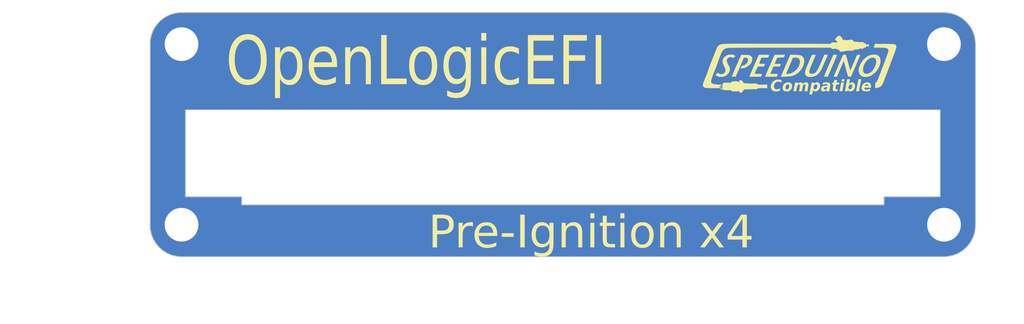
<source format=kicad_pcb>
(kicad_pcb (version 20221018) (generator pcbnew)
  (layers (0 "F.Cu" signal) (31 "B.Cu" signal) (34 "B.Paste" user) (35 "F.Paste" user) (36 "B.SilkS" user "B.Silkscreen") (37 "F.SilkS" user "F.Silkscreen") (38 "B.Mask" user) (39 "F.Mask" user) (44 "Edge.Cuts" user))
  (net 0 "")
  (net 1 "GND")
  (footprint "MountingHole:MountingHole_4.3mm_M4_Pad" (layer "F.Cu") (at 73.96 104.885)
    (fp_text reference "H1" hide)
    (fp_text value "MountingHole_Pad")
    (pad "1" thru_hole circle (at 0 0) (size 5 5) (drill 4.2) (layers "*.Cu" "*.Mask") (net 1 "GND"))
  )
  (footprint "Detonation-Logos:SpeeduinoCompatible-26mm" (layer "F.Cu") (at 150.96 107.385)
    (fp_text reference "G***" hide)
    (fp_text value "LOGO" hide)
    (fp_poly (pts (xy 5.545462 1.874593) (xy 5.595562 1.883803) (xy 5.609899 1.908653) (xy 5.60234 1.956914) (xy 5.601528 1.960562) (xy 5.576325 2.067603) (xy 5.550739 2.126988) (xy 5.509311 2.152742) (xy 5.436581 2.158892) (xy 5.382829 2.159) (xy 5.213687 2.159) (xy 5.241336 2.039937) (xy 5.259429 1.957096) (xy 5.269227 1.902717) (xy 5.269742 1.897062) (xy 5.298905 1.884033) (xy 5.373352 1.875384) (xy 5.445729 1.87325) (xy 5.545462 1.874593)) (stroke (width 0.01)) (fill solid) (layer "F.SilkS"))
    (fp_poly (pts (xy 5.449653 2.291361) (xy 5.510858 2.305148) (xy 5.5245 2.317546) (xy 5.518683 2.357995) (xy 5.502605 2.449543) (xy 5.478321 2.580994) (xy 5.447885 2.741154) (xy 5.425398 2.857296) (xy 5.326296 3.3655) (xy 5.15182 3.3655) (xy 5.052466 3.363374) (xy 5.002866 3.353273) (xy 4.98932 3.329612) (xy 4.994151 3.301228) (xy 5.005668 3.248368) (xy 5.026148 3.145781) (xy 5.053111 3.0062) (xy 5.084082 2.842359) (xy 5.099154 2.761478) (xy 5.18735 2.286) (xy 5.355925 2.286) (xy 5.449653 2.291361)) (stroke (width 0.01)) (fill solid) (layer "F.SilkS"))
    (fp_poly (pts (xy 7.611657 1.875784) (xy 7.662055 1.886418) (xy 7.675365 1.909696) (xy 7.671851 1.928812) (xy 7.661388 1.97528) (xy 7.641008 2.074276) (xy 7.612673 2.215949) (xy 7.578345 2.390446) (xy 7.539988 2.587918) (xy 7.523225 2.674937) (xy 7.390525 3.3655) (xy 7.219512 3.3655) (xy 7.124981 3.364158) (xy 7.062875 3.360704) (xy 7.0485 3.357504) (xy 7.054322 3.325455) (xy 7.070663 3.239834) (xy 7.095833 3.109384) (xy 7.128141 2.942848) (xy 7.165896 2.748968) (xy 7.191211 2.619316) (xy 7.231494 2.412915) (xy 7.267386 2.228459) (xy 7.297194 2.074689) (xy 7.319227 1.960349) (xy 7.331792 1.894181) (xy 7.334086 1.881187) (xy 7.362927 1.876861) (xy 7.437229 1.873978) (xy 7.511014 1.87325) (xy 7.611657 1.875784)) (stroke (width 0.01)) (fill solid) (layer "F.SilkS"))
    (fp_poly (pts (xy -1.163425 2.315558) (xy -1.160269 2.317075) (xy -1.029295 2.40835) (xy -0.950813 2.532418) (xy -0.921752 2.694455) (xy -0.921448 2.719523) (xy -0.951123 2.917613) (xy -1.032281 3.089812) (xy -1.155966 3.229696) (xy -1.313219 3.330842) (xy -1.495082 3.386827) (xy -1.692596 3.391228) (xy -1.8211 3.364604) (xy -1.956229 3.295837) (xy -2.049954 3.190044) (xy -2.10306 3.057654) (xy -2.116334 2.909098) (xy -2.108163 2.860174) (xy -1.746363 2.860174) (xy -1.745245 2.970532) (xy -1.725404 3.061248) (xy -1.690688 3.108956) (xy -1.578524 3.14052) (xy -1.463609 3.110671) (xy -1.432461 3.091475) (xy -1.353172 3.006249) (xy -1.298847 2.890538) (xy -1.273683 2.764391) (xy -1.281877 2.64786) (xy -1.322546 2.566312) (xy -1.407818 2.511999) (xy -1.505817 2.514281) (xy -1.606545 2.570455) (xy -1.692145 2.666127) (xy -1.728686 2.751573) (xy -1.746363 2.860174) (xy -2.108163 2.860174) (xy -2.090563 2.754805) (xy -2.026534 2.605205) (xy -1.925035 2.470728) (xy -1.78685 2.361803) (xy -1.743672 2.338286) (xy -1.543019 2.268193) (xy -1.348967 2.260593) (xy -1.163425 2.315558)) (stroke (width 0.01)) (fill solid) (layer "F.SilkS"))
    (fp_poly (pts (xy 4.545472 -1.171067) (xy 4.628641 -1.161333) (xy 4.666453 -1.147526) (xy 4.66725 -1.145078) (xy 4.655053 -1.110112) (xy 4.620331 -1.023573) (xy 4.565884 -0.892118) (xy 4.494512 -0.722405) (xy 4.409016 -0.521093) (xy 4.312196 -0.294839) (xy 4.206852 -0.0503) (xy 4.203164 -0.041766) (xy 4.091933 0.215728) (xy 3.984015 0.465871) (xy 3.883148 0.699971) (xy 3.793072 0.909336) (xy 3.717527 1.085275) (xy 3.660254 1.219097) (xy 3.628488 1.293812) (xy 3.517899 1.55575) (xy 3.280809 1.55575) (xy 3.160405 1.554837) (xy 3.091414 1.549418) (xy 3.061748 1.535468) (xy 3.059323 1.508963) (xy 3.066245 1.484312) (xy 3.083493 1.440134) (xy 3.123152 1.344378) (xy 3.18238 1.203731) (xy 3.258334 1.024878) (xy 3.348173 0.814505) (xy 3.449055 0.579298) (xy 3.558138 0.325941) (xy 3.591306 0.249088) (xy 3.703619 -0.011247) (xy 3.809815 -0.257851) (xy 3.906838 -0.483598) (xy 3.991634 -0.681361) (xy 4.061147 -0.844014) (xy 4.112324 -0.964429) (xy 4.14211 -1.03548) (xy 4.145868 -1.044724) (xy 4.197894 -1.17475) (xy 4.432572 -1.17475) (xy 4.545472 -1.171067)) (stroke (width 0.01)) (fill solid) (layer "F.SilkS"))
    (fp_poly (pts (xy -2.402424 1.949718) (xy -2.302185 1.980936) (xy -2.250462 2.0071) (xy -2.234361 2.039297) (xy -2.24097 2.088553) (xy -2.265388 2.196268) (xy -2.284102 2.252443) (xy -2.306545 2.267204) (xy -2.342152 2.250681) (xy -2.373084 2.230404) (xy -2.485706 2.186898) (xy -2.629037 2.172167) (xy -2.77761 2.185385) (xy -2.905957 2.225724) (xy -2.945532 2.248986) (xy -3.055268 2.357826) (xy -3.134008 2.496885) (xy -3.179252 2.65116) (xy -3.188496 2.805644) (xy -3.15924 2.945333) (xy -3.088982 3.055222) (xy -3.081173 3.062587) (xy -2.976882 3.118) (xy -2.839346 3.136477) (xy -2.687523 3.117236) (xy -2.587481 3.082957) (xy -2.499876 3.047207) (xy -2.439183 3.028063) (xy -2.422916 3.027501) (xy -2.419963 3.063338) (xy -2.427102 3.138474) (xy -2.431594 3.16897) (xy -2.454174 3.258435) (xy -2.495903 3.308118) (xy -2.551709 3.334093) (xy -2.659349 3.359783) (xy -2.801233 3.376849) (xy -2.953517 3.384177) (xy -3.092361 3.380653) (xy -3.193922 3.365165) (xy -3.197023 3.364234) (xy -3.347229 3.286377) (xy -3.465466 3.162296) (xy -3.544878 3.004092) (xy -3.578607 2.823863) (xy -3.572839 2.701007) (xy -3.51098 2.468627) (xy -3.400219 2.269917) (xy -3.248294 2.109846) (xy -3.062948 1.993383) (xy -2.85192 1.925496) (xy -2.622951 1.911153) (xy -2.402424 1.949718)) (stroke (width 0.01)) (fill solid) (layer "F.SilkS"))
    (fp_poly (pts (xy -1.956997 -0.841375) (xy -2.369457 -0.832559) (xy -2.781917 -0.823742) (xy -2.938771 -0.454391) (xy -2.999127 -0.312139) (xy -3.05047 -0.190886) (xy -3.087689 -0.102718) (xy -3.105675 -0.059721) (xy -3.106209 -0.058396) (xy -3.080627 -0.04834) (xy -3.003136 -0.040021) (xy -2.885323 -0.034236) (xy -2.738773 -0.031783) (xy -2.719031 -0.03175) (xy -2.32127 -0.03175) (xy -2.387243 0.127) (xy -2.453217 0.28575) (xy -3.256337 0.28575) (xy -3.445856 0.719885) (xy -3.513068 0.873976) (xy -3.571253 1.007613) (xy -3.615669 1.109886) (xy -3.641573 1.169882) (xy -3.645959 1.18026) (xy -3.619827 1.189323) (xy -3.540795 1.197032) (xy -3.419461 1.202794) (xy -3.266419 1.20602) (xy -3.175 1.2065) (xy -3.009322 1.208038) (xy -2.86967 1.212281) (xy -2.766641 1.218668) (xy -2.710831 1.226639) (xy -2.704042 1.231371) (xy -2.721703 1.272949) (xy -2.755108 1.351641) (xy -2.778125 1.405877) (xy -2.841625 1.555511) (xy -3.563938 1.55563) (xy -3.770322 1.554667) (xy -3.953563 1.551902) (xy -4.104781 1.547626) (xy -4.215092 1.542132) (xy -4.275615 1.535711) (xy -4.284466 1.531937) (xy -4.271801 1.49882) (xy -4.23624 1.413406) (xy -4.180311 1.281586) (xy -4.106544 1.109251) (xy -4.017466 0.902293) (xy -3.915606 0.666603) (xy -3.803492 0.408073) (xy -3.70196 0.174625) (xy -3.121238 -1.158875) (xy -2.465832 -1.167456) (xy -1.810425 -1.176037) (xy -1.956997 -0.841375)) (stroke (width 0.01)) (fill solid) (layer "F.SilkS"))
    (fp_poly (pts (xy 4.627319 2.286) (xy 4.790159 2.286) (xy 4.893825 2.29165) (xy 4.944693 2.3174) (xy 4.953092 2.376452) (xy 4.932988 2.468562) (xy 4.913887 2.510642) (xy 4.874202 2.532061) (xy 4.796439 2.539467) (xy 4.745061 2.54) (xy 4.662367 2.540476) (xy 4.608374 2.549593) (xy 4.573833 2.578884) (xy 4.549497 2.639883) (xy 4.526121 2.744122) (xy 4.508033 2.835625) (xy 4.486528 2.967283) (xy 4.488934 3.049442) (xy 4.520366 3.09326) (xy 4.585938 3.109891) (xy 4.634503 3.1115) (xy 4.719254 3.119108) (xy 4.758508 3.15049) (xy 4.759857 3.218476) (xy 4.742488 3.294062) (xy 4.725571 3.333639) (xy 4.691102 3.354853) (xy 4.6229 3.362958) (xy 4.528609 3.363487) (xy 4.411496 3.357762) (xy 4.31097 3.345054) (xy 4.262179 3.332665) (xy 4.186325 3.281209) (xy 4.144866 3.196748) (xy 4.13571 3.071125) (xy 4.154169 2.911306) (xy 4.175926 2.787475) (xy 4.196359 2.680281) (xy 4.211127 2.612458) (xy 4.211393 2.611437) (xy 4.215772 2.559721) (xy 4.180053 2.541505) (xy 4.143109 2.54) (xy 4.084298 2.534085) (xy 4.067105 2.503402) (xy 4.075906 2.440781) (xy 4.08986 2.362934) (xy 4.095749 2.314042) (xy 4.09575 2.313781) (xy 4.123287 2.294031) (xy 4.18802 2.286) (xy 4.243346 2.281111) (xy 4.274162 2.255669) (xy 4.292087 2.193504) (xy 4.302125 2.12725) (xy 4.323958 1.9685) (xy 4.669437 1.9685) (xy 4.627319 2.286)) (stroke (width 0.01)) (fill solid) (layer "F.SilkS"))
    (fp_poly (pts (xy 8.585354 2.275652) (xy 8.717423 2.337341) (xy 8.821161 2.434842) (xy 8.887772 2.564928) (xy 8.908461 2.72437) (xy 8.901116 2.80073) (xy 8.881884 2.921) (xy 8.057616 2.921) (xy 8.07867 3.008312) (xy 8.112456 3.087819) (xy 8.151681 3.135312) (xy 8.236591 3.166607) (xy 8.362231 3.170651) (xy 8.51232 3.148157) (xy 8.631272 3.114255) (xy 8.80117 3.055584) (xy 8.782085 3.15101) (xy 8.768487 3.226403) (xy 8.763 3.271112) (xy 8.733676 3.302971) (xy 8.655391 3.331988) (xy 8.542676 3.356358) (xy 8.410062 3.374276) (xy 8.27208 3.383938) (xy 8.14326 3.383538) (xy 8.038133 3.371271) (xy 8.01157 3.364451) (xy 7.897146 3.300117) (xy 7.799637 3.193794) (xy 7.737394 3.066979) (xy 7.729357 3.033867) (xy 7.728358 2.87328) (xy 7.776445 2.703819) (xy 7.794828 2.671329) (xy 8.128 2.671329) (xy 8.157061 2.684844) (xy 8.233542 2.694637) (xy 8.341385 2.698728) (xy 8.35025 2.69875) (xy 8.46881 2.696446) (xy 8.536777 2.687497) (xy 8.566955 2.668846) (xy 8.5725 2.645687) (xy 8.54435 2.565373) (xy 8.474265 2.502624) (xy 8.383791 2.476518) (xy 8.381408 2.4765) (xy 8.311205 2.496373) (xy 8.231433 2.544993) (xy 8.163552 2.605863) (xy 8.12902 2.662485) (xy 8.128 2.671329) (xy 7.794828 2.671329) (xy 7.866094 2.545374) (xy 7.949656 2.451567) (xy 8.107103 2.337732) (xy 8.271399 2.27262) (xy 8.433747 2.253003) (xy 8.585354 2.275652)) (stroke (width 0.01)) (fill solid) (layer "F.SilkS"))
    (fp_poly (pts (xy 2.22147 2.264118) (xy 2.36626 2.307675) (xy 2.473395 2.398509) (xy 2.539803 2.530639) (xy 2.562413 2.698085) (xy 2.540397 2.885004) (xy 2.504512 3.005759) (xy 2.449033 3.103679) (xy 2.357656 3.207209) (xy 2.353025 3.211869) (xy 2.205623 3.329592) (xy 2.059005 3.389443) (xy 1.918667 3.390599) (xy 1.7901 3.332238) (xy 1.753171 3.301633) (xy 1.715999 3.268784) (xy 1.690056 3.258894) (xy 1.670225 3.280594) (xy 1.651392 3.342518) (xy 1.62844 3.453298) (xy 1.611836 3.540125) (xy 1.569504 3.762375) (xy 1.403877 3.771971) (xy 1.29887 3.772853) (xy 1.247162 3.75878) (xy 1.237954 3.740221) (xy 1.24362 3.698213) (xy 1.25966 3.603328) (xy 1.284368 3.465027) (xy 1.316039 3.292775) (xy 1.352968 3.096033) (xy 1.372681 2.992437) (xy 1.387368 2.915592) (xy 1.74625 2.915592) (xy 1.768428 3.038472) (xy 1.827703 3.116384) (xy 1.913187 3.144188) (xy 2.013991 3.116741) (xy 2.077076 3.071812) (xy 2.135789 2.994551) (xy 2.185148 2.886827) (xy 2.197046 2.847731) (xy 2.218609 2.746084) (xy 2.216848 2.676901) (xy 2.190833 2.613224) (xy 2.188826 2.609606) (xy 2.119256 2.531244) (xy 2.036422 2.505854) (xy 1.94958 2.527034) (xy 1.867988 2.588384) (xy 1.800904 2.683504) (xy 1.757586 2.805993) (xy 1.74625 2.915592) (xy 1.387368 2.915592) (xy 1.507703 2.286) (xy 1.674601 2.286) (xy 1.772885 2.289079) (xy 1.823058 2.302127) (xy 1.840364 2.330855) (xy 1.8415 2.348543) (xy 1.845502 2.383985) (xy 1.866695 2.387826) (xy 1.918854 2.357894) (xy 1.960562 2.329783) (xy 2.056235 2.276079) (xy 2.147642 2.259614) (xy 2.22147 2.264118)) (stroke (width 0.01)) (fill solid) (layer "F.SilkS"))
    (fp_poly (pts (xy 3.513756 2.272291) (xy 3.650969 2.307744) (xy 3.706167 2.335483) (xy 3.765955 2.383726) (xy 3.804517 2.442676) (xy 3.823027 2.522819) (xy 3.822658 2.63464) (xy 3.804584 2.788624) (xy 3.776143 2.960687) (xy 3.704544 3.3655) (xy 3.535022 3.3655) (xy 3.436014 3.36263) (xy 3.385108 3.350145) (xy 3.367017 3.322236) (xy 3.3655 3.301049) (xy 3.362722 3.260396) (xy 3.344076 3.256328) (xy 3.294088 3.289439) (xy 3.273554 3.304577) (xy 3.167751 3.35575) (xy 3.035863 3.383841) (xy 2.907364 3.384657) (xy 2.835538 3.366892) (xy 2.740216 3.295402) (xy 2.685299 3.190059) (xy 2.672124 3.067071) (xy 2.683837 3.018337) (xy 3.01625 3.018337) (xy 3.04276 3.103554) (xy 3.109949 3.158425) (xy 3.199306 3.175597) (xy 3.292319 3.147719) (xy 3.310772 3.135312) (xy 3.356788 3.080855) (xy 3.403794 2.996536) (xy 3.412516 2.976562) (xy 3.461602 2.8575) (xy 3.302426 2.8575) (xy 3.177301 2.873893) (xy 3.079801 2.917779) (xy 3.024053 2.981218) (xy 3.01625 3.018337) (xy 2.683837 3.018337) (xy 2.70203 2.942645) (xy 2.776357 2.832989) (xy 2.790347 2.819772) (xy 2.92721 2.732206) (xy 3.10333 2.682117) (xy 3.309937 2.667177) (xy 3.413753 2.664485) (xy 3.468873 2.653309) (xy 3.49001 2.628606) (xy 3.4925 2.604617) (xy 3.464451 2.539214) (xy 3.388527 2.496015) (xy 3.277058 2.477037) (xy 3.142373 2.4843) (xy 2.996803 2.51982) (xy 2.989648 2.522308) (xy 2.859814 2.568116) (xy 2.878455 2.466745) (xy 2.906513 2.37883) (xy 2.960434 2.321911) (xy 3.053592 2.286716) (xy 3.165184 2.267994) (xy 3.345407 2.25824) (xy 3.513756 2.272291)) (stroke (width 0.01)) (fill solid) (layer "F.SilkS"))
    (fp_poly (pts (xy -4.029977 -1.169412) (xy -3.910034 -1.166291) (xy -3.833874 -1.160009) (xy -3.794935 -1.15024) (xy -3.786659 -1.136659) (xy -3.786993 -1.135718) (xy -3.808137 -1.083013) (xy -3.842434 -0.997947) (xy -3.857589 -0.960438) (xy -3.912145 -0.825501) (xy -4.746625 -0.824613) (xy -4.873625 -0.515978) (xy -4.945979 -0.343025) (xy -4.994376 -0.221078) (xy -5.01465 -0.140803) (xy -5.002632 -0.092869) (xy -4.954156 -0.067942) (xy -4.865054 -0.056691) (xy -4.73116 -0.049783) (xy -4.663815 -0.046126) (xy -4.517537 -0.036536) (xy -4.39765 -0.027039) (xy -4.316456 -0.018726) (xy -4.286253 -0.012689) (xy -4.28625 -0.012645) (xy -4.298909 0.019675) (xy -4.331247 0.090199) (xy -4.356077 0.142025) (xy -4.425904 0.28575) (xy -5.207826 0.28575) (xy -5.269213 0.420687) (xy -5.308362 0.507323) (xy -5.364624 0.632562) (xy -5.429289 0.776994) (xy -5.472216 0.873125) (xy -5.61383 1.190625) (xy -5.137467 1.199406) (xy -4.944793 1.204275) (xy -4.809066 1.211099) (xy -4.723746 1.220555) (xy -4.682294 1.233318) (xy -4.676569 1.247031) (xy -4.697324 1.298727) (xy -4.731358 1.383117) (xy -4.746589 1.420812) (xy -4.801145 1.55575) (xy -6.255603 1.55575) (xy -6.2109 1.452562) (xy -6.17901 1.377417) (xy -6.131205 1.262965) (xy -6.075599 1.128677) (xy -6.048821 1.063625) (xy -5.987691 0.91727) (xy -5.925526 0.772511) (xy -5.872689 0.653346) (xy -5.85691 0.619125) (xy -5.817343 0.532223) (xy -5.759725 0.402287) (xy -5.690823 0.244728) (xy -5.617404 0.07496) (xy -5.592049 0.015875) (xy -5.507829 -0.180368) (xy -5.415521 -0.394725) (xy -5.325776 -0.602502) (xy -5.249249 -0.779) (xy -5.242832 -0.79375) (xy -5.083944 -1.158875) (xy -4.427449 -1.167468) (xy -4.200262 -1.169696) (xy -4.029977 -1.169412)) (stroke (width 0.01)) (fill solid) (layer "F.SilkS"))
    (fp_poly (pts (xy 9.481075 -1.191853) (xy 9.653175 -1.145102) (xy 9.798994 -1.061303) (xy 9.82576 -1.040189) (xy 9.963002 -0.887059) (xy 10.050504 -0.696436) (xy 10.087571 -0.471155) (xy 10.07351 -0.214054) (xy 10.054095 -0.106133) (xy 9.958811 0.210269) (xy 9.813669 0.513742) (xy 9.626101 0.79571) (xy 9.40354 1.047593) (xy 9.153419 1.260815) (xy 8.883171 1.426798) (xy 8.640593 1.525138) (xy 8.486983 1.559755) (xy 8.309871 1.58004) (xy 8.132604 1.584954) (xy 7.978532 1.573459) (xy 7.905544 1.557834) (xy 7.716894 1.475034) (xy 7.571108 1.35728) (xy 7.542889 1.323415) (xy 7.43126 1.125744) (xy 7.37437 0.89981) (xy 7.372267 0.658329) (xy 7.907774 0.658329) (xy 7.91382 0.819148) (xy 7.938743 0.94756) (xy 7.954916 0.98723) (xy 8.049334 1.106083) (xy 8.181044 1.17946) (xy 8.341704 1.206042) (xy 8.522972 1.184512) (xy 8.716509 1.11355) (xy 8.725655 1.109033) (xy 8.921373 0.982776) (xy 9.095176 0.808472) (xy 9.251934 0.580558) (xy 9.348995 0.396875) (xy 9.445212 0.181716) (xy 9.508593 -0.000454) (xy 9.544065 -0.1677) (xy 9.556554 -0.338085) (xy 9.55675 -0.364887) (xy 9.537289 -0.547686) (xy 9.477183 -0.68228) (xy 9.373845 -0.771294) (xy 9.22469 -0.817353) (xy 9.103022 -0.8255) (xy 8.901163 -0.795076) (xy 8.700029 -0.708476) (xy 8.506665 -0.57271) (xy 8.328116 -0.394785) (xy 8.171429 -0.181711) (xy 8.043648 0.059503) (xy 7.952592 0.318939) (xy 7.920675 0.484971) (xy 7.907774 0.658329) (xy 7.372267 0.658329) (xy 7.37219 0.649488) (xy 7.424692 0.378653) (xy 7.531847 0.091178) (xy 7.552265 0.047625) (xy 7.733732 -0.272235) (xy 7.948705 -0.551792) (xy 8.1917 -0.787036) (xy 8.457231 -0.973957) (xy 8.739811 -1.108544) (xy 9.033956 -1.186788) (xy 9.267316 -1.206124) (xy 9.481075 -1.191853)) (stroke (width 0.01)) (fill solid) (layer "F.SilkS"))
    (fp_poly (pts (xy -8.418742 -1.195763) (xy -8.225604 -1.153138) (xy -8.08055 -1.071781) (xy -8.076446 -1.068299) (xy -7.992128 -0.995772) (xy -8.275846 -0.763286) (xy -8.399137 -0.826143) (xy -8.530619 -0.877073) (xy -8.650279 -0.881464) (xy -8.781615 -0.838845) (xy -8.825361 -0.817563) (xy -8.95987 -0.719468) (xy -9.044162 -0.593319) (xy -9.072542 -0.4487) (xy -9.069722 -0.406434) (xy -9.051928 -0.330798) (xy -9.017029 -0.227773) (xy -8.971731 -0.112894) (xy -8.922742 -0.001695) (xy -8.876768 0.09029) (xy -8.840515 0.147526) (xy -8.82571 0.15875) (xy -8.793529 0.18718) (xy -8.756239 0.261043) (xy -8.71954 0.3632) (xy -8.68913 0.47651) (xy -8.670708 0.583832) (xy -8.66775 0.633853) (xy -8.698072 0.832306) (xy -8.783992 1.027048) (xy -8.917943 1.207856) (xy -9.092357 1.364509) (xy -9.29894 1.48645) (xy -9.485894 1.549297) (xy -9.695208 1.581932) (xy -9.906055 1.583707) (xy -10.097608 1.553972) (xy -10.207625 1.514752) (xy -10.305363 1.462246) (xy -10.383163 1.410252) (xy -10.411125 1.384762) (xy -10.431768 1.34875) (xy -10.423875 1.309557) (xy -10.3809 1.251751) (xy -10.33175 1.197635) (xy -10.263404 1.12353) (xy -10.215587 1.070074) (xy -10.201029 1.052224) (xy -10.175431 1.062574) (xy -10.119418 1.103448) (xy -10.096855 1.121954) (xy -9.94251 1.214118) (xy -9.775147 1.249294) (xy -9.606141 1.22912) (xy -9.446866 1.155234) (xy -9.308698 1.029277) (xy -9.2903 1.005731) (xy -9.248186 0.925276) (xy -9.230661 0.819072) (xy -9.229607 0.740963) (xy -9.235989 0.648407) (xy -9.255217 0.560061) (xy -9.292972 0.459131) (xy -9.354932 0.328821) (xy -9.396071 0.248732) (xy -9.512682 -0.010206) (xy -9.57566 -0.239693) (xy -9.58489 -0.444456) (xy -9.540258 -0.629218) (xy -9.44165 -0.798705) (xy -9.368714 -0.88267) (xy -9.176611 -1.036218) (xy -8.948781 -1.142358) (xy -8.696955 -1.195874) (xy -8.65736 -1.19907) (xy -8.418742 -1.195763)) (stroke (width 0.01)) (fill solid) (layer "F.SilkS"))
    (fp_poly (pts (xy 1.863069 -1.173971) (xy 1.947742 -1.165565) (xy 1.995617 -1.14943) (xy 2.00025 -1.140962) (xy 1.988138 -1.104368) (xy 1.953843 -1.016903) (xy 1.900428 -0.885964) (xy 1.830955 -0.718946) (xy 1.748484 -0.523246) (xy 1.656079 -0.30626) (xy 1.61578 -0.212275) (xy 1.48925 0.084993) (xy 1.387978 0.330619) (xy 1.310473 0.530549) (xy 1.255242 0.690732) (xy 1.220792 0.817115) (xy 1.20563 0.915644) (xy 1.208264 0.992268) (xy 1.2272 1.052934) (xy 1.260945 1.103588) (xy 1.280268 1.124405) (xy 1.383335 1.185773) (xy 1.520927 1.209036) (xy 1.676417 1.193717) (xy 1.83139 1.140208) (xy 1.9148 1.093005) (xy 1.993688 1.031843) (xy 2.071181 0.951462) (xy 2.150407 0.846601) (xy 2.234491 0.711999) (xy 2.326561 0.542395) (xy 2.429745 0.332531) (xy 2.547168 0.077144) (xy 2.681959 -0.229026) (xy 2.778092 -0.452438) (xy 3.086879 -1.174751) (xy 3.30436 -1.17475) (xy 3.521841 -1.17475) (xy 3.416339 -0.928688) (xy 3.243533 -0.527176) (xy 3.090968 -0.175888) (xy 2.959353 0.123583) (xy 2.849395 0.369647) (xy 2.761801 0.56071) (xy 2.697277 0.695181) (xy 2.679405 0.73025) (xy 2.505842 1.003622) (xy 2.298512 1.227836) (xy 2.061775 1.40008) (xy 1.799988 1.517543) (xy 1.517511 1.577414) (xy 1.354483 1.584771) (xy 1.227174 1.579778) (xy 1.11402 1.56935) (xy 1.041125 1.556118) (xy 0.88805 1.480874) (xy 0.764943 1.363615) (xy 0.71449 1.281632) (xy 0.676979 1.139507) (xy 0.683983 0.962171) (xy 0.735881 0.746127) (xy 0.788446 0.597186) (xy 0.833908 0.48292) (xy 0.895252 0.333319) (xy 0.968622 0.157352) (xy 1.050165 -0.036011) (xy 1.136025 -0.2378) (xy 1.222347 -0.439046) (xy 1.305278 -0.63078) (xy 1.380962 -0.804032) (xy 1.445544 -0.949832) (xy 1.495171 -1.059212) (xy 1.525986 -1.1232) (xy 1.53289 -1.135063) (xy 1.576509 -1.155195) (xy 1.658629 -1.168549) (xy 1.760423 -1.174887) (xy 1.863069 -1.173971)) (stroke (width 0.01)) (fill solid) (layer "F.SilkS"))
    (fp_poly (pts (xy -0.587375 -1.165351) (xy -0.395177 -1.158119) (xy -0.217893 -1.148331) (xy -0.068221 -1.136928) (xy 0.041138 -1.124851) (xy 0.092021 -1.115042) (xy 0.284897 -1.025691) (xy 0.431052 -0.89463) (xy 0.529254 -0.724454) (xy 0.578272 -0.51776) (xy 0.576872 -0.277143) (xy 0.555585 -0.138343) (xy 0.457893 0.193772) (xy 0.303901 0.505848) (xy 0.099625 0.790053) (xy -0.148918 1.038554) (xy -0.435712 1.243518) (xy -0.556941 1.310118) (xy -0.715685 1.384581) (xy -0.867986 1.441352) (xy -1.027258 1.483112) (xy -1.206911 1.512547) (xy -1.42036 1.532338) (xy -1.681015 1.54517) (xy -1.741987 1.5472) (xy -2.325098 1.565416) (xy -2.302815 1.495209) (xy -2.285914 1.452102) (xy -2.246508 1.356957) (xy -2.187254 1.216038) (xy -2.178463 1.195288) (xy -1.68275 1.195288) (xy -1.653527 1.202509) (xy -1.575664 1.205079) (xy -1.463872 1.2027) (xy -1.419533 1.200647) (xy -1.274296 1.189132) (xy -1.15885 1.167376) (xy -1.04526 1.12788) (xy -0.905593 1.063147) (xy -0.903595 1.062162) (xy -0.624019 0.891978) (xy -0.385193 0.680139) (xy -0.192327 0.433372) (xy -0.05063 0.158404) (xy 0.034687 -0.138038) (xy 0.037289 -0.152775) (xy 0.056252 -0.277598) (xy 0.060089 -0.364906) (xy 0.04729 -0.439207) (xy 0.016341 -0.52501) (xy 0.013975 -0.530812) (xy -0.062345 -0.661852) (xy -0.170934 -0.75136) (xy -0.31896 -0.802799) (xy -0.51359 -0.81963) (xy -0.581558 -0.818469) (xy -0.82974 -0.809625) (xy -0.950742 -0.523875) (xy -0.999 -0.410532) (xy -1.066984 -0.251718) (xy -1.149193 -0.060238) (xy -1.240128 0.151106) (xy -1.334289 0.369509) (xy -1.377248 0.468994) (xy -1.462165 0.666302) (xy -1.538007 0.843979) (xy -1.601327 0.993826) (xy -1.648675 1.107644) (xy -1.676603 1.177233) (xy -1.68275 1.195288) (xy -2.178463 1.195288) (xy -2.11081 1.035606) (xy -2.019836 0.821925) (xy -1.91699 0.581257) (xy -1.804931 0.319865) (xy -1.719704 0.121576) (xy -1.158875 -1.18185) (xy -0.587375 -1.165351)) (stroke (width 0.01)) (fill solid) (layer "F.SilkS"))
    (fp_poly (pts (xy 6.214266 1.875188) (xy 6.263178 1.885304) (xy 6.276703 1.910047) (xy 6.271486 1.944687) (xy 6.230394 2.127481) (xy 6.20409 2.255535) (xy 6.193227 2.336019) (xy 6.198457 2.376098) (xy 6.220434 2.382942) (xy 6.259809 2.363717) (xy 6.306805 2.332668) (xy 6.450916 2.267492) (xy 6.597362 2.261601) (xy 6.698297 2.294868) (xy 6.796772 2.374463) (xy 6.875174 2.491398) (xy 6.917777 2.61966) (xy 6.921322 2.663757) (xy 6.898615 2.856763) (xy 6.836262 3.030488) (xy 6.741989 3.178072) (xy 6.623522 3.292654) (xy 6.488586 3.367374) (xy 6.344907 3.395371) (xy 6.20021 3.369784) (xy 6.151562 3.347339) (xy 6.090443 3.305343) (xy 6.064265 3.269823) (xy 6.06425 3.269235) (xy 6.040058 3.239385) (xy 6.0325 3.2385) (xy 6.006703 3.265092) (xy 6.00075 3.302) (xy 5.993317 3.338417) (xy 5.961066 3.357549) (xy 5.889065 3.364721) (xy 5.822683 3.3655) (xy 5.722084 3.36373) (xy 5.671197 3.35434) (xy 5.656247 3.331206) (xy 5.662018 3.294062) (xy 5.673263 3.241331) (xy 5.694157 3.137265) (xy 5.722528 2.99292) (xy 5.737531 2.915592) (xy 6.096 2.915592) (xy 6.118178 3.038472) (xy 6.177453 3.116384) (xy 6.262937 3.144188) (xy 6.363741 3.116741) (xy 6.426826 3.071812) (xy 6.485539 2.994551) (xy 6.534898 2.886827) (xy 6.546796 2.847731) (xy 6.568357 2.746134) (xy 6.566608 2.677046) (xy 6.540616 2.613552) (xy 6.538545 2.609831) (xy 6.469206 2.532411) (xy 6.386377 2.507782) (xy 6.299408 2.529484) (xy 6.217649 2.591058) (xy 6.150449 2.686044) (xy 6.107158 2.807982) (xy 6.096 2.915592) (xy 5.737531 2.915592) (xy 5.756205 2.819351) (xy 5.793014 2.627614) (xy 5.794588 2.619375) (xy 5.83147 2.427121) (xy 5.86529 2.252573) (xy 5.893881 2.106787) (xy 5.915073 2.000817) (xy 5.926698 1.945719) (xy 5.926944 1.944687) (xy 5.944426 1.902975) (xy 5.982304 1.881542) (xy 6.057709 1.873912) (xy 6.115921 1.87325) (xy 6.214266 1.875188)) (stroke (width 0.01)) (fill solid) (layer "F.SilkS"))
    (fp_poly (pts (xy 0.892277 2.271008) (xy 1.007957 2.337049) (xy 1.018442 2.347057) (xy 1.061417 2.393487) (xy 1.08985 2.43938) (xy 1.104129 2.495772) (xy 1.104642 2.573699) (xy 1.091777 2.684195) (xy 1.065921 2.838297) (xy 1.040577 2.976537) (xy 0.968375 3.36545) (xy 0.801687 3.365475) (xy 0.690084 3.358479) (xy 0.638945 3.337212) (xy 0.635049 3.325812) (xy 0.640724 3.279929) (xy 0.65606 3.186228) (xy 0.678585 3.059219) (xy 0.700726 2.940186) (xy 0.728864 2.786253) (xy 0.744248 2.682213) (xy 0.747452 2.615872) (xy 0.739051 2.575036) (xy 0.719619 2.547513) (xy 0.719239 2.547132) (xy 0.647871 2.515168) (xy 0.562666 2.531999) (xy 0.481903 2.591641) (xy 0.448919 2.635615) (xy 0.418624 2.707183) (xy 0.38399 2.822586) (xy 0.350325 2.962894) (xy 0.333464 3.047512) (xy 0.275119 3.3655) (xy -0.071438 3.3655) (xy -0.050781 3.262312) (xy -0.007068 3.040502) (xy 0.023974 2.8724) (xy 0.043208 2.749674) (xy 0.051497 2.663991) (xy 0.049703 2.607018) (xy 0.038688 2.570423) (xy 0.023024 2.549417) (xy -0.049877 2.515867) (xy -0.13559 2.532048) (xy -0.21508 2.592753) (xy -0.23575 2.620205) (xy -0.264131 2.684859) (xy -0.298389 2.794696) (xy -0.333493 2.932343) (xy -0.355355 3.033328) (xy -0.421919 3.3655) (xy -0.595663 3.3655) (xy -0.694724 3.363395) (xy -0.74406 3.353283) (xy -0.757406 3.32946) (xy -0.752393 3.300439) (xy -0.740738 3.247283) (xy -0.720031 3.144456) (xy -0.692779 3.004723) (xy -0.661489 2.840852) (xy -0.646394 2.760689) (xy -0.557409 2.286) (xy -0.38983 2.286) (xy -0.291649 2.288861) (xy -0.241426 2.301485) (xy -0.223727 2.329933) (xy -0.22225 2.351804) (xy -0.22225 2.417608) (xy -0.139655 2.352638) (xy -0.011676 2.283733) (xy 0.124314 2.262759) (xy 0.251933 2.288657) (xy 0.354801 2.360369) (xy 0.375116 2.385879) (xy 0.40924 2.428436) (xy 0.438894 2.427668) (xy 0.487611 2.385682) (xy 0.618555 2.296311) (xy 0.75796 2.257757) (xy 0.892277 2.271008)) (stroke (width 0.01)) (fill solid) (layer "F.SilkS"))
    (fp_poly (pts (xy 5.826637 -0.993692) (xy 5.878369 -0.813182) (xy 5.935695 -0.608796) (xy 5.995901 -0.390665) (xy 6.056271 -0.168921) (xy 6.114093 0.046307) (xy 6.166651 0.244888) (xy 6.211232 0.416691) (xy 6.245121 0.551587) (xy 6.265605 0.639443) (xy 6.269381 0.658812) (xy 6.287567 0.740818) (xy 6.306615 0.78835) (xy 6.313103 0.793177) (xy 6.330057 0.764893) (xy 6.368558 0.684852) (xy 6.425576 0.559847) (xy 6.498085 0.396674) (xy 6.583054 0.202128) (xy 6.677456 -0.016998) (xy 6.748276 -0.183135) (xy 7.162428 -1.158875) (xy 7.359464 -1.168328) (xy 7.483381 -1.168704) (xy 7.547355 -1.155231) (xy 7.5565 -1.142147) (xy 7.544421 -1.107979) (xy 7.510243 -1.022759) (xy 7.457051 -0.893727) (xy 7.387928 -0.728124) (xy 7.305961 -0.53319) (xy 7.214234 -0.316166) (xy 7.115832 -0.084291) (xy 7.01384 0.155194) (xy 6.911342 0.395048) (xy 6.811425 0.628031) (xy 6.717172 0.846904) (xy 6.631669 1.044425) (xy 6.558001 1.213354) (xy 6.499252 1.346451) (xy 6.458508 1.436476) (xy 6.451008 1.45243) (xy 6.418305 1.513335) (xy 6.38199 1.543728) (xy 6.321557 1.552509) (xy 6.228011 1.549201) (xy 6.055609 1.539875) (xy 5.931139 1.127125) (xy 5.878883 0.948482) (xy 5.817605 0.730518) (xy 5.753448 0.495576) (xy 5.692558 0.265996) (xy 5.665555 0.161366) (xy 5.619502 -0.016793) (xy 5.578058 -0.172773) (xy 5.543994 -0.29649) (xy 5.52008 -0.377861) (xy 5.509483 -0.4066) (xy 5.48914 -0.392248) (xy 5.463589 -0.340185) (xy 5.443738 -0.291344) (xy 5.402326 -0.191961) (xy 5.342672 -0.049918) (xy 5.268097 0.126904) (xy 5.181922 0.330623) (xy 5.087466 0.553359) (xy 5.047065 0.648468) (xy 4.661479 1.55575) (xy 4.45585 1.55575) (xy 4.345306 1.553844) (xy 4.285763 1.545669) (xy 4.264775 1.527535) (xy 4.268386 1.500187) (xy 4.284502 1.460252) (xy 4.323331 1.368266) (xy 4.382221 1.230393) (xy 4.45852 1.052796) (xy 4.549576 0.841637) (xy 4.652737 0.603081) (xy 4.765352 0.343291) (xy 4.852398 0.142875) (xy 5.418245 -1.158875) (xy 5.773119 -1.177759) (xy 5.826637 -0.993692)) (stroke (width 0.01)) (fill solid) (layer "F.SilkS"))
    (fp_poly (pts (xy -6.805569 -1.158265) (xy -6.619603 -1.1573) (xy -6.484034 -1.153858) (xy -6.385763 -1.146286) (xy -6.311691 -1.13293) (xy -6.24872 -1.112136) (xy -6.183751 -1.082249) (xy -6.177026 -1.07889) (xy -6.035703 -0.99352) (xy -5.947873 -0.898628) (xy -5.903845 -0.778385) (xy -5.893925 -0.616962) (xy -5.893933 -0.616589) (xy -5.928783 -0.376597) (xy -6.022958 -0.157555) (xy -6.176755 0.040938) (xy -6.390471 0.219283) (xy -6.609368 0.350111) (xy -6.752723 0.420636) (xy -6.866942 0.464423) (xy -6.976387 0.488942) (xy -7.103057 0.501513) (xy -7.214853 0.505611) (xy -7.29693 0.502757) (xy -7.333626 0.493604) (xy -7.33425 0.49184) (xy -7.321125 0.450946) (xy -7.287913 0.375677) (xy -7.268121 0.334917) (xy -7.223255 0.256232) (xy -7.174032 0.210548) (xy -7.09796 0.181979) (xy -7.029412 0.166306) (xy -6.836254 0.098155) (xy -6.668846 -0.014218) (xy -6.536443 -0.160401) (xy -6.448303 -0.329979) (xy -6.413682 -0.512541) (xy -6.4135 -0.526592) (xy -6.428337 -0.655236) (xy -6.47829 -0.741519) (xy -6.571528 -0.792847) (xy -6.716216 -0.816625) (xy -6.734696 -0.817823) (xy -6.937375 -0.82957) (xy -7.180466 -0.248098) (xy -7.2581 -0.061598) (xy -7.329671 0.111827) (xy -7.390615 0.261001) (xy -7.43637 0.374753) (xy -7.462373 0.441907) (xy -7.463309 0.4445) (xy -7.494384 0.522107) (xy -7.544594 0.637639) (xy -7.605465 0.771836) (xy -7.637939 0.841375) (xy -7.71021 0.995649) (xy -7.785511 1.158272) (xy -7.850921 1.301287) (xy -7.869042 1.341437) (xy -7.965268 1.55575) (xy -8.20803 1.55575) (xy -8.321318 1.552718) (xy -8.403408 1.544683) (xy -8.439814 1.533231) (xy -8.440209 1.530297) (xy -8.424333 1.492327) (xy -8.389304 1.408661) (xy -8.340512 1.292167) (xy -8.290635 1.17311) (xy -8.219228 1.00214) (xy -8.142428 0.817387) (xy -8.072052 0.647311) (xy -8.040841 0.5715) (xy -7.98921 0.448844) (xy -7.944273 0.347686) (xy -7.912874 0.283196) (xy -7.904747 0.269875) (xy -7.885518 0.232829) (xy -7.84512 0.145878) (xy -7.787345 0.017503) (xy -7.715986 -0.143815) (xy -7.634836 -0.329592) (xy -7.578233 -0.460375) (xy -7.277012 -1.158875) (xy -6.805569 -1.158265)) (stroke (width 0.01)) (fill solid) (layer "F.SilkS"))
    (fp_poly (pts (xy 10.853472 -2.523701) (xy 11.120174 -2.521977) (xy 11.336411 -2.518275) (xy 11.508701 -2.511915) (xy 11.64356 -2.502222) (xy 11.747503 -2.488516) (xy 11.827048 -2.470119) (xy 11.888711 -2.446353) (xy 11.939008 -2.416541) (xy 11.984455 -2.380003) (xy 11.993562 -2.371805) (xy 12.048549 -2.286796) (xy 12.063187 -2.165686) (xy 12.037449 -2.003829) (xy 11.990213 -1.848842) (xy 11.959602 -1.763794) (xy 11.90973 -1.628228) (xy 11.842974 -1.448432) (xy 11.76171 -1.230698) (xy 11.668314 -0.981314) (xy 11.565163 -0.706571) (xy 11.454633 -0.412759) (xy 11.339101 -0.106166) (xy 11.220943 0.206917) (xy 11.102535 0.5202) (xy 10.986253 0.827393) (xy 10.874475 1.122207) (xy 10.769576 1.398352) (xy 10.673933 1.649538) (xy 10.589922 1.869475) (xy 10.51992 2.051874) (xy 10.466303 2.190444) (xy 10.431448 2.278896) (xy 10.422006 2.301875) (xy 10.319583 2.512307) (xy 10.207999 2.672256) (xy 10.075619 2.790592) (xy 9.910804 2.876185) (xy 9.701918 2.937905) (xy 9.548812 2.967467) (xy 9.42975 2.987377) (xy 9.42975 2.658534) (xy 9.430309 2.510978) (xy 9.434185 2.413087) (xy 9.444676 2.35103) (xy 9.46508 2.310971) (xy 9.498694 2.279077) (xy 9.524914 2.259333) (xy 9.552214 2.239239) (xy 9.57688 2.219451) (xy 9.600595 2.195996) (xy 9.625043 2.164899) (xy 9.651908 2.122186) (xy 9.682873 2.063884) (xy 9.71962 1.986017) (xy 9.763834 1.884613) (xy 9.817198 1.755696) (xy 9.881396 1.595293) (xy 9.958109 1.39943) (xy 10.049023 1.164133) (xy 10.15582 0.885428) (xy 10.280183 0.55934) (xy 10.423797 0.181895) (xy 10.588344 -0.25088) (xy 10.589531 -0.254) (xy 10.712426 -0.580277) (xy 10.819791 -0.871587) (xy 10.910147 -1.123673) (xy 10.982013 -1.33228) (xy 11.03391 -1.493152) (xy 11.064359 -1.602033) (xy 11.071785 -1.64125) (xy 11.078751 -1.742937) (xy 11.067227 -1.808513) (xy 11.029455 -1.864451) (xy 10.996213 -1.899172) (xy 10.936362 -1.948792) (xy 10.862319 -1.987749) (xy 10.766321 -2.017215) (xy 10.640609 -2.038358) (xy 10.477421 -2.052349) (xy 10.268996 -2.060357) (xy 10.007573 -2.063552) (xy 9.904437 -2.06375) (xy 9.706667 -2.065017) (xy 9.532295 -2.068555) (xy 9.390605 -2.073977) (xy 9.290883 -2.080893) (xy 9.242417 -2.088913) (xy 9.23925 -2.091635) (xy 9.24974 -2.133607) (xy 9.277229 -2.216706) (xy 9.315351 -2.321823) (xy 9.391453 -2.524125) (xy 10.529789 -2.524125) (xy 10.853472 -2.523701)) (stroke (width 0.01)) (fill solid) (layer "F.SilkS"))
    (fp_poly (pts (xy -7.233709 2.005565) (xy -7.18487 2.023678) (xy -7.1755 2.046816) (xy -7.154407 2.095631) (xy -7.101016 2.165692) (xy -7.068873 2.20001) (xy -7.002892 2.270393) (xy -6.958496 2.325929) (xy -6.949811 2.34129) (xy -6.912975 2.35789) (xy -6.819626 2.372259) (xy -6.676738 2.383557) (xy -6.554131 2.389079) (xy -6.402205 2.395986) (xy -6.272312 2.405064) (xy -6.178299 2.415132) (xy -6.1341 2.42495) (xy -6.07891 2.430049) (xy -6.038021 2.415954) (xy -5.971539 2.402432) (xy -5.94346 2.41949) (xy -5.898539 2.436717) (xy -5.859221 2.414116) (xy -5.806566 2.390005) (xy -5.765113 2.410935) (xy -5.714043 2.431852) (xy -5.654781 2.40768) (xy -5.594232 2.383517) (xy -5.552179 2.404371) (xy -5.498445 2.424999) (xy -5.454007 2.409257) (xy -5.383227 2.40282) (xy -5.297838 2.435252) (xy -5.222223 2.495304) (xy -5.198621 2.527093) (xy -5.175537 2.541886) (xy -5.122143 2.551608) (xy -5.030993 2.556548) (xy -4.894641 2.556999) (xy -4.705642 2.553249) (xy -4.603309 2.550326) (xy -4.03225 2.532962) (xy -4.03225 2.986833) (xy -4.598851 2.979865) (xy -4.80198 2.977729) (xy -4.951486 2.977694) (xy -5.05724 2.980713) (xy -5.129109 2.987742) (xy -5.176962 2.999736) (xy -5.210666 3.017648) (xy -5.239448 3.041835) (xy -5.332138 3.110492) (xy -5.409822 3.134427) (xy -5.461632 3.110488) (xy -5.463996 3.10696) (xy -5.497699 3.080334) (xy -5.551207 3.101286) (xy -5.610505 3.122512) (xy -5.648218 3.102082) (xy -5.693408 3.082377) (xy -5.750031 3.10618) (xy -5.812696 3.130452) (xy -5.860363 3.109435) (xy -5.911288 3.088602) (xy -5.952721 3.111164) (xy -6.022648 3.133506) (xy -6.055909 3.125886) (xy -6.118424 3.11042) (xy -6.143625 3.11263) (xy -6.181874 3.120404) (xy -6.25287 3.126598) (xy -6.364903 3.131617) (xy -6.526259 3.135867) (xy -6.675438 3.138642) (xy -6.808924 3.141979) (xy -6.891171 3.148624) (xy -6.93444 3.161648) (xy -6.950992 3.184123) (xy -6.95325 3.208226) (xy -6.980783 3.272333) (xy -7.043719 3.325125) (xy -7.119448 3.390275) (xy -7.167961 3.466523) (xy -7.19891 3.525065) (xy -7.247434 3.550606) (xy -7.330585 3.556) (xy -7.414739 3.551136) (xy -7.457806 3.526708) (xy -7.482016 3.46796) (xy -7.486032 3.452812) (xy -7.528879 3.374013) (xy -7.595384 3.334616) (xy -7.666534 3.342869) (xy -7.693512 3.362811) (xy -7.74256 3.380321) (xy -7.835423 3.391484) (xy -7.952736 3.396303) (xy -8.075133 3.394781) (xy -8.183249 3.386919) (xy -8.257716 3.372722) (xy -8.276817 3.362733) (xy -8.315142 3.345387) (xy -8.332666 3.362733) (xy -8.380808 3.396281) (xy -8.436061 3.378477) (xy -8.476154 3.32076) (xy -8.489095 3.29176) (xy -8.508908 3.27096) (xy -8.545457 3.256708) (xy -8.608606 3.247354) (xy -8.708217 3.241245) (xy -8.854156 3.236731) (xy -8.997712 3.233447) (xy -9.21784 3.226354) (xy -9.377659 3.215922) (xy -9.480286 3.201856) (xy -9.52884 3.183861) (xy -9.52982 3.182937) (xy -9.59048 3.152374) (xy -9.652282 3.14325) (xy -9.758601 3.12442) (xy -9.819213 3.064677) (xy -9.838193 2.959139) (xy -9.83672 2.922316) (xy -9.820183 2.821415) (xy -9.794575 2.772222) (xy -9.768496 2.77697) (xy -9.750547 2.837891) (xy -9.74725 2.899082) (xy -9.733728 3.00205) (xy -9.698495 3.061848) (xy -9.649552 3.071611) (xy -9.597276 3.027784) (xy -9.558975 2.939747) (xy -9.577776 2.8672) (xy -9.638036 2.825023) (xy -9.69128 2.788168) (xy -9.692812 2.75048) (xy -9.643386 2.730764) (xy -9.634252 2.7305) (xy -9.604299 2.710325) (xy -9.590162 2.6432) (xy -9.588014 2.579687) (xy -9.581018 2.471115) (xy -9.554901 2.394417) (xy -9.500752 2.344651) (xy -9.409661 2.31688) (xy -9.272716 2.306163) (xy -9.096375 2.307173) (xy -8.892819 2.311885) (xy -8.743972 2.314434) (xy -8.64107 2.314507) (xy -8.57535 2.311788) (xy -8.538047 2.305965) (xy -8.520397 2.296725) (xy -8.514434 2.286349) (xy -8.488108 2.240326) (xy -8.446635 2.184267) (xy -8.400024 2.1375) (xy -8.361844 2.138918) (xy -8.336669 2.157096) (xy -8.284168 2.183503) (xy -8.247305 2.164004) (xy -8.198809 2.145564) (xy -8.109559 2.133522) (xy -7.999179 2.128069) (xy -7.887294 2.129395) (xy -7.793529 2.137691) (xy -7.737511 2.153146) (xy -7.731125 2.159) (xy -7.688906 2.180471) (xy -7.611966 2.190626) (xy -7.602252 2.19075) (xy -7.528417 2.185203) (xy -7.498464 2.157298) (xy -7.493 2.0955) (xy -7.489532 2.039114) (xy -7.468207 2.010996) (xy -7.412645 2.001319) (xy -7.33425 2.00025) (xy -7.233709 2.005565)) (stroke (width 0.01)) (fill solid) (layer "F.SilkS"))
    (fp_poly (pts (xy 4.933579 -3.55715) (xy 4.946113 -3.546358) (xy 5.009617 -3.504553) (xy 5.052243 -3.4925) (xy 5.099535 -3.471136) (xy 5.169843 -3.416437) (xy 5.216431 -3.372099) (xy 5.296904 -3.274273) (xy 5.331076 -3.187325) (xy 5.334 -3.149849) (xy 5.338225 -3.085834) (xy 5.362729 -3.055805) (xy 5.425254 -3.045891) (xy 5.468937 -3.044338) (xy 5.573729 -3.040276) (xy 5.639157 -3.032677) (xy 5.689357 -3.017631) (xy 5.722506 -3.003267) (xy 5.785893 -2.992317) (xy 5.882292 -2.993836) (xy 5.928881 -2.998794) (xy 6.040537 -3.01192) (xy 6.183173 -3.025756) (xy 6.314348 -3.036425) (xy 6.548572 -3.0533) (xy 6.679473 -2.925615) (xy 6.742083 -2.866387) (xy 6.794224 -2.828377) (xy 6.852926 -2.805951) (xy 6.935217 -2.793475) (xy 7.058128 -2.785318) (xy 7.112 -2.782537) (xy 7.262895 -2.773226) (xy 7.406778 -2.761585) (xy 7.520093 -2.749614) (xy 7.551315 -2.745225) (xy 7.65991 -2.738165) (xy 7.722584 -2.756995) (xy 7.724352 -2.758653) (xy 7.796428 -2.791966) (xy 7.873857 -2.774419) (xy 7.904025 -2.748454) (xy 7.96058 -2.701564) (xy 8.048475 -2.648338) (xy 8.143234 -2.601645) (xy 8.220379 -2.574356) (xy 8.240102 -2.57175) (xy 8.278983 -2.545603) (xy 8.28675 -2.513542) (xy 8.299891 -2.447107) (xy 8.345625 -2.430844) (xy 8.401968 -2.446307) (xy 8.514417 -2.484917) (xy 8.58163 -2.491183) (xy 8.615958 -2.459514) (xy 8.629755 -2.384317) (xy 8.632234 -2.342073) (xy 8.639533 -2.182106) (xy 8.54622 -2.200769) (xy 8.445261 -2.222472) (xy 8.369829 -2.240283) (xy 8.309585 -2.247837) (xy 8.288652 -2.217285) (xy 8.28675 -2.178317) (xy 8.274498 -2.115793) (xy 8.227015 -2.095929) (xy 8.212253 -2.0955) (xy 8.104027 -2.07299) (xy 7.986724 -2.015343) (xy 7.890455 -1.93739) (xy 7.889845 -1.936718) (xy 7.841799 -1.893865) (xy 7.797658 -1.897516) (xy 7.758828 -1.920607) (xy 7.651529 -1.962316) (xy 7.541801 -1.959517) (xy 7.453357 -1.913315) (xy 7.44634 -1.906068) (xy 7.410736 -1.876615) (xy 7.358738 -1.857041) (xy 7.276898 -1.844803) (xy 7.151768 -1.83736) (xy 7.068357 -1.83463) (xy 6.922778 -1.829755) (xy 6.828827 -1.823033) (xy 6.77464 -1.811587) (xy 6.748353 -1.79254) (xy 6.738101 -1.763012) (xy 6.736729 -1.754188) (xy 6.730968 -1.727213) (xy 6.71627 -1.708059) (xy 6.683161 -1.695388) (xy 6.622168 -1.68786) (xy 6.523819 -1.684137) (xy 6.378639 -1.68288) (xy 6.231229 -1.68275) (xy 6.026038 -1.681226) (xy 5.876335 -1.67623) (xy 5.774168 -1.667129) (xy 5.711587 -1.653292) (xy 5.68575 -1.63934) (xy 5.629123 -1.615659) (xy 5.524508 -1.5942) (xy 5.38741 -1.577986) (xy 5.359987 -1.575822) (xy 5.084349 -1.555714) (xy 5.017826 -1.649138) (xy 4.902906 -1.764692) (xy 4.748 -1.858466) (xy 4.575727 -1.91929) (xy 4.435264 -1.936751) (xy 4.319814 -1.931184) (xy 4.218439 -1.916955) (xy 4.177338 -1.905842) (xy 4.11767 -1.892885) (xy 4.061891 -1.911959) (xy 3.988517 -1.969342) (xy 3.880992 -2.063751) (xy -2.451048 -2.063751) (xy -3.28873 -2.063616) (xy -4.064005 -2.063211) (xy -4.777964 -2.062527) (xy -5.431701 -2.06156) (xy -6.026308 -2.060304) (xy -6.562876 -2.058752) (xy -7.042499 -2.0569) (xy -7.466268 -2.054741) (xy -7.835276 -2.05227) (xy -8.150615 -2.04948) (xy -8.413377 -2.046366) (xy -8.624654 -2.042923) (xy -8.78554 -2.039144) (xy -8.897125 -2.035023) (xy -8.960503 -2.030555) (xy -8.970205 -2.02916) (xy -9.223971 -1.955116) (xy -9.43459 -1.835143) (xy -9.601115 -1.669954) (xy -9.721095 -1.463768) (xy -9.759164 -1.371607) (xy -9.809638 -1.244288) (xy -9.868321 -1.092976) (xy -9.931016 -0.928836) (xy -9.993524 -0.763035) (xy -10.051649 -0.606738) (xy -10.101194 -0.471111) (xy -10.13796 -0.367319) (xy -10.157751 -0.306528) (xy -10.16 -0.296198) (xy -10.170902 -0.256803) (xy -10.200465 -0.170781) (xy -10.243979 -0.050547) (xy -10.296736 0.091485) (xy -10.354023 0.242901) (xy -10.411131 0.391284) (xy -10.46335 0.524221) (xy -10.505968 0.629296) (xy -10.534277 0.694095) (xy -10.539698 0.704563) (xy -10.567319 0.763278) (xy -10.611116 0.869271) (xy -10.666363 1.009856) (xy -10.728333 1.17235) (xy -10.792299 1.34407) (xy -10.853533 1.512331) (xy -10.907309 1.66445) (xy -10.948899 1.787743) (xy -10.97288 1.866861) (xy -11.007377 2.03969) (xy -11.016016 2.189631) (xy -10.997829 2.299662) (xy -10.997528 2.300452) (xy -10.94323 2.361341) (xy -10.834771 2.416761) (xy -10.681405 2.464506) (xy -10.492386 2.502367) (xy -10.276969 2.528137) (xy -10.044409 2.539608) (xy -9.993313 2.539994) (xy -9.847381 2.541633) (xy -9.754346 2.547627) (xy -9.703665 2.559597) (xy -9.684794 2.579166) (xy -9.68375 2.587625) (xy -9.711252 2.625988) (xy -9.761325 2.63525) (xy -9.844846 2.664083) (xy -9.906728 2.740911) (xy -9.936531 2.851222) (xy -9.93775 2.880439) (xy -9.93775 2.9845) (xy -10.739438 2.981021) (xy -10.966734 2.979022) (xy -11.179913 2.975252) (xy -11.368533 2.970043) (xy -11.522153 2.963729) (xy -11.630331 2.956643) (xy -11.674585 2.951179) (xy -11.812041 2.915058) (xy -11.908382 2.863419) (xy -11.985942 2.783297) (xy -12.00254 2.76079) (xy -12.050211 2.670693) (xy -12.054518 2.577175) (xy -12.050037 2.549565) (xy -12.02897 2.470012) (xy -11.989231 2.346769) (xy -11.936346 2.194856) (xy -11.875843 2.029292) (xy -11.81325 1.865094) (xy -11.754093 1.717282) (xy -11.703902 1.600874) (xy -11.690108 1.571625) (xy -11.655227 1.491785) (xy -11.606287 1.368774) (xy -11.549831 1.219484) (xy -11.493395 1.063625) (xy -11.390495 0.774988) (xy -11.289802 0.496855) (xy -11.194436 0.237567) (xy -11.10752 0.005465) (xy -11.032174 -0.191111) (xy -10.971521 -0.343818) (xy -10.930818 -0.439634) (xy -10.896779 -0.51969) (xy -10.845028 -0.647785) (xy -10.780067 -0.812469) (xy -10.706398 -1.002292) (xy -10.628521 -1.205806) (xy -10.600023 -1.281009) (xy -10.493894 -1.557848) (xy -10.403973 -1.78138) (xy -10.326282 -1.958502) (xy -10.256842 -2.096115) (xy -10.191675 -2.201115) (xy -10.126803 -2.280402) (xy -10.058246 -2.340873) (xy -9.982026 -2.389428) (xy -9.951431 -2.405579) (xy -9.918056 -2.4226) (xy -9.886097 -2.438288) (xy -9.852968 -2.452694) (xy -9.81608 -2.465866) (xy -9.772845 -2.477856) (xy -9.720677 -2.488713) (xy -9.656986 -2.498487) (xy -9.579186 -2.507228) (xy -9.484689 -2.514987) (xy -9.370906 -2.521812) (xy -9.235251 -2.527755) (xy -9.075135 -2.532866) (xy -8.88797 -2.537194) (xy -8.67117 -2.540789) (xy -8.422145 -2.543702) (xy -8.138308 -2.545982) (xy -7.817073 -2.547679) (xy -7.45585 -2.548845) (xy -7.052051 -2.549528) (xy -6.603091 -2.549778) (xy -6.106379 -2.549646) (xy -5.55933 -2.549182) (xy -4.959354 -2.548436) (xy -4.303865 -2.547457) (xy -3.590274 -2.546296) (xy -2.815994 -2.545003) (xy -2.746375 -2.544887) (xy 3.857625 -2.533899) (xy 3.947476 -2.62865) (xy 4.037328 -2.723401) (xy 4.363615 -2.706748) (xy 4.528988 -2.701015) (xy 4.638259 -2.704067) (xy 4.698272 -2.716319) (xy 4.71328 -2.72792) (xy 4.704624 -2.770511) (xy 4.653794 -2.84595) (xy 4.570295 -2.941646) (xy 4.403935 -3.117548) (xy 4.645268 -3.358882) (xy 4.752377 -3.464859) (xy 4.824933 -3.531548) (xy 4.872765 -3.565076) (xy 4.905704 -3.571568) (xy 4.933579 -3.55715)) (stroke (width 0.01)) (fill solid) (layer "F.SilkS"))
  )
  (footprint "MountingHole:MountingHole_4.3mm_M4_Pad" (layer "F.Cu") (at 168.96 127.385)
    (fp_text reference "H4" hide)
    (fp_text value "MountingHole_Pad")
    (pad "1" thru_hole circle (at 0 0) (size 5 5) (drill 4.2) (layers "*.Cu" "*.Mask") (net 1 "GND"))
  )
  (footprint "MountingHole:MountingHole_4.3mm_M4_Pad" (layer "F.Cu") (at 73.96 127.385)
    (fp_text reference "H3" hide)
    (fp_text value "MountingHole_Pad")
    (pad "1" thru_hole circle (at 0 0) (size 5 5) (drill 4.2) (layers "*.Cu" "*.Mask") (net 1 "GND"))
  )
  (footprint "MountingHole:MountingHole_4.3mm_M4_Pad" (layer "F.Cu") (at 168.95 104.885)
    (fp_text reference "H2" hide)
    (fp_text value "MountingHole_Pad")
    (pad "1" thru_hole circle (at 0 0) (size 5 5) (drill 4.2) (layers "*.Cu" "*.Mask") (net 1 "GND"))
  )
  (gr_arc (start 172.89 127.444988) (mid 171.73893 130.223918) (end 168.96 131.374988) (stroke (width 0.1)) (layer "Edge.Cuts"))
  (gr_line (start 161.46 124.885) (end 161.46 123.885) (stroke (width 0.1)) (layer "Edge.Cuts"))
  (gr_arc (start 73.96 131.374988) (mid 71.1846 130.227447) (end 70.030001 127.454976) (stroke (width 0.1)) (layer "Edge.Cuts"))
  (gr_line (start 81.46 123.885) (end 81.46 124.885) (stroke (width 0.1)) (layer "Edge.Cuts"))
  (gr_line (start 70.030001 104.854976) (end 70.030001 127.454976) (stroke (width 0.1)) (layer "Edge.Cuts"))
  (gr_line (start 168.96 100.934964) (end 73.96 100.934964) (stroke (width 0.1)) (layer "Edge.Cuts"))
  (gr_arc (start 168.96 100.934914) (mid 171.731893 102.078945) (end 172.889999 104.844988) (stroke (width 0.1)) (layer "Edge.Cuts"))
  (gr_line (start 172.89 104.844988) (end 172.89 127.444988) (stroke (width 0.1)) (layer "Edge.Cuts"))
  (gr_line (start 74.46 113.085) (end 168.46 113.085) (stroke (width 0.1)) (layer "Edge.Cuts"))
  (gr_arc (start 70.030001 104.854976) (mid 71.1846 102.082505) (end 73.96 100.934964) (stroke (width 0.1)) (layer "Edge.Cuts"))
  (gr_line (start 168.46 123.885) (end 161.46 123.885) (stroke (width 0.1)) (layer "Edge.Cuts"))
  (gr_line (start 81.46 124.885) (end 161.46 124.885) (stroke (width 0.1)) (layer "Edge.Cuts"))
  (gr_line locked (start 73.96 131.374988) (end 168.96 131.374988) (stroke (width 0.1)) (layer "Edge.Cuts"))
  (gr_line (start 74.46 123.885) (end 81.46 123.885) (stroke (width 0.1)) (layer "Edge.Cuts"))
  (gr_line (start 168.46 113.085) (end 168.46 123.885) (stroke (width 0.1)) (layer "Edge.Cuts"))
  (gr_line (start 74.46 113.085) (end 74.46 123.885) (stroke (width 0.1)) (layer "Edge.Cuts"))
  (gr_text "OpenLogicEFI" (at 79.46 110.890193) (layer "F.SilkS") (effects (font (size 6 5) (thickness 0.15) italic) (justify left bottom)))
  (gr_text "Pre-Ignition x4" (at 104.697125 130.885) (layer "F.SilkS") (effects (font (size 4 4) (thickness 0.15) italic) (justify left bottom)))
  (zone (net 1) (net_name "GND") (layer "F.Cu") (connect_pads yes (clearance 0)) (min_thickness 0.508) (fill yes (thermal_gap 0.508) (thermal_bridge_width 0.508))
    (polygon (pts (xy 65.96 99.385) (xy 174.96 99.385) (xy 174.96 133.385) (xy 65.96 133.385)))
  )
  (zone (net 1) (net_name "GND") (layer "B.Cu") (connect_pads yes (clearance 0.5)) (min_thickness 0.25) (fill yes (thermal_gap 0.5) (thermal_bridge_width 0.5))
    (polygon (pts (xy 67.96 99.385) (xy 174.96 99.385) (xy 174.96 133.385) (xy 67.96 133.385)))
  )
)
</source>
